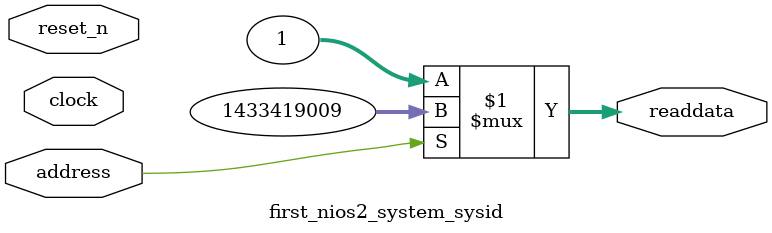
<source format=v>

`timescale 1ns / 1ps
// synthesis translate_on

// turn off superfluous verilog processor warnings 
// altera message_level Level1 
// altera message_off 10034 10035 10036 10037 10230 10240 10030 

module first_nios2_system_sysid (
               // inputs:
                address,
                clock,
                reset_n,

               // outputs:
                readdata
             )
;

  output  [ 31: 0] readdata;
  input            address;
  input            clock;
  input            reset_n;

  wire    [ 31: 0] readdata;
  //control_slave, which is an e_avalon_slave
  assign readdata = address ? 1433419009 : 1;

endmodule




</source>
